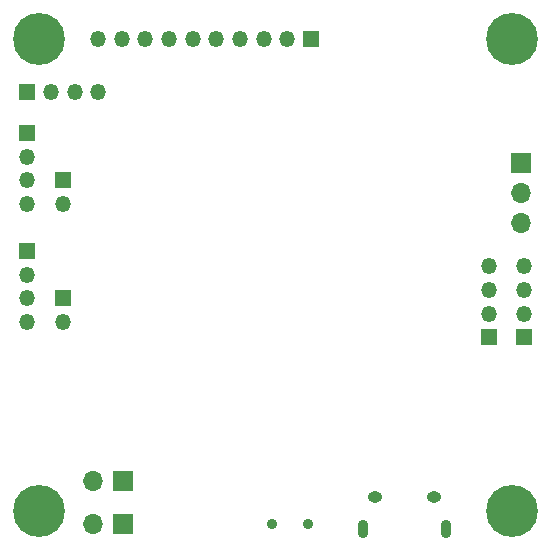
<source format=gbs>
%TF.GenerationSoftware,KiCad,Pcbnew,(6.0.6)*%
%TF.CreationDate,2022-07-17T19:58:46+03:00*%
%TF.ProjectId,Kontroller ESP,4b6f6e74-726f-46c6-9c65-72204553502e,rev?*%
%TF.SameCoordinates,Original*%
%TF.FileFunction,Soldermask,Bot*%
%TF.FilePolarity,Negative*%
%FSLAX46Y46*%
G04 Gerber Fmt 4.6, Leading zero omitted, Abs format (unit mm)*
G04 Created by KiCad (PCBNEW (6.0.6)) date 2022-07-17 19:58:46*
%MOMM*%
%LPD*%
G01*
G04 APERTURE LIST*
%ADD10O,0.890000X1.550000*%
%ADD11O,1.250000X0.950000*%
%ADD12C,0.900000*%
%ADD13C,4.400000*%
%ADD14C,0.700000*%
%ADD15R,1.350000X1.350000*%
%ADD16O,1.350000X1.350000*%
%ADD17R,1.700000X1.700000*%
%ADD18O,1.700000X1.700000*%
G04 APERTURE END LIST*
D10*
X160450000Y-130500000D03*
D11*
X166450000Y-127800000D03*
X161450000Y-127800000D03*
D10*
X167450000Y-130500000D03*
D12*
X155760000Y-130130000D03*
X152760000Y-130130000D03*
D13*
X133000000Y-89000000D03*
D14*
X133000000Y-90650000D03*
X133000000Y-87350000D03*
X134650000Y-89000000D03*
X131833274Y-90166726D03*
X131350000Y-89000000D03*
X134166726Y-87833274D03*
X131833274Y-87833274D03*
X134166726Y-90166726D03*
D15*
X171060000Y-114290000D03*
D16*
X171060000Y-112290000D03*
X171060000Y-110290000D03*
X171060000Y-108290000D03*
D15*
X174060000Y-114290000D03*
D16*
X174060000Y-112290000D03*
X174060000Y-110290000D03*
X174060000Y-108290000D03*
D15*
X132000000Y-97000000D03*
D16*
X132000000Y-99000000D03*
X132000000Y-101000000D03*
X132000000Y-103000000D03*
D15*
X156000000Y-89000000D03*
D16*
X154000000Y-89000000D03*
X152000000Y-89000000D03*
X150000000Y-89000000D03*
X148000000Y-89000000D03*
X146000000Y-89000000D03*
X144000000Y-89000000D03*
X142000000Y-89000000D03*
X140000000Y-89000000D03*
X138000000Y-89000000D03*
D15*
X132000000Y-107000000D03*
D16*
X132000000Y-109000000D03*
X132000000Y-111000000D03*
X132000000Y-113000000D03*
D17*
X140140000Y-130100000D03*
D18*
X137600000Y-130100000D03*
D14*
X134166726Y-127833274D03*
X134650000Y-129000000D03*
X131350000Y-129000000D03*
D13*
X133000000Y-129000000D03*
D14*
X133000000Y-127350000D03*
X131833274Y-130166726D03*
X133000000Y-130650000D03*
X131833274Y-127833274D03*
X134166726Y-130166726D03*
D15*
X135000000Y-101000000D03*
D16*
X135000000Y-103000000D03*
D14*
X171833274Y-130166726D03*
X173000000Y-127350000D03*
X174650000Y-129000000D03*
X171350000Y-129000000D03*
X173000000Y-130650000D03*
X174166726Y-130166726D03*
D13*
X173000000Y-129000000D03*
D14*
X171833274Y-127833274D03*
X174166726Y-127833274D03*
X171833274Y-87833274D03*
X174650000Y-89000000D03*
X171833274Y-90166726D03*
X174166726Y-90166726D03*
X173000000Y-87350000D03*
D13*
X173000000Y-89000000D03*
D14*
X173000000Y-90650000D03*
X171350000Y-89000000D03*
X174166726Y-87833274D03*
D15*
X135000000Y-111000000D03*
D16*
X135000000Y-113000000D03*
D17*
X173760000Y-99495000D03*
D18*
X173760000Y-102035000D03*
X173760000Y-104575000D03*
D17*
X140135000Y-126480000D03*
D18*
X137595000Y-126480000D03*
D15*
X132000000Y-93560000D03*
D16*
X134000000Y-93560000D03*
X136000000Y-93560000D03*
X138000000Y-93560000D03*
M02*

</source>
